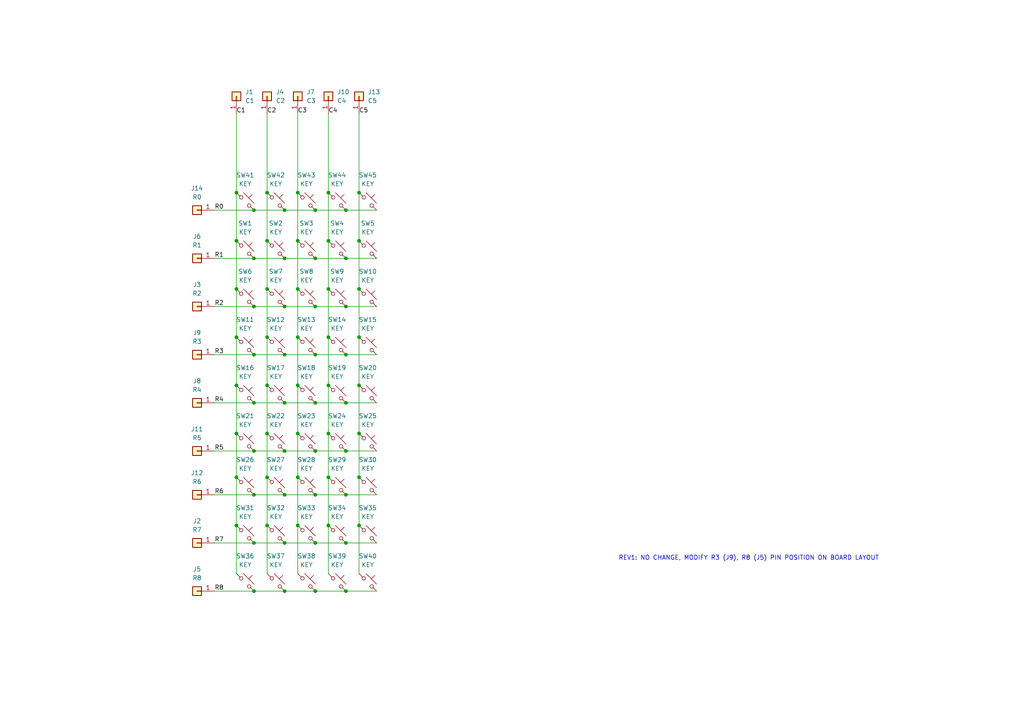
<source format=kicad_sch>
(kicad_sch (version 20231120) (generator "eeschema") (generator_version "8.0")
  (paper "A4")
  (title_block (title "TI-59 KEYBOARD") (date "2024-09-09") (rev "1") (company "CALCPSU"))
  (lib_symbols
    (symbol "Connector_Generic:Conn_01x01" (pin_names (offset 1.016) hide)
      (property "Reference" "J" (at 0 2.54 0))
      (property "Value" "Conn_01x01" (at 0 -2.54 0))
      (symbol "Conn_01x01_1_1"
        (rectangle (start -1.27 0.127) (end 0 -0.127) (stroke (width 0.1524)))
        (rectangle (start -1.27 1.27) (end 1.27 -1.27) (stroke (width 0.254)) (fill (type background)))
        (pin passive line (at -5.08 0 0) (length 3.81) (name "Pin_1") (number "1"))
      )
    )
    (symbol "Switch:SW_Push_45deg" (pin_numbers hide) (pin_names (offset 1.016) hide)
      (property "Reference" "SW" (at 3.048 1.016 0))
      (property "Value" "SW_Push_45deg" (at 0 -3.81 0))
      (symbol "SW_Push_45deg_0_1"
        (circle (center -1.1684 1.1684) (radius 0.508))
        (polyline (pts (xy -0.508 2.54) (xy 2.54 -0.508)))
        (polyline (pts (xy 1.016 1.016) (xy 2.032 2.032)))
        (polyline (pts (xy -2.54 2.54) (xy -1.524 1.524) (xy -1.524 1.524)))
        (polyline (pts (xy 1.524 -1.524) (xy 2.54 -2.54) (xy 2.54 -2.54) (xy 2.54 -2.54)))
        (circle (center 1.143 -1.1938) (radius 0.508))
        (pin passive line (at -2.54 2.54 0) (length 0) (name "1") (number "1"))
        (pin passive line (at 2.54 -2.54 180) (length 0) (name "2") (number "2"))
      )
    )
  )
  (junction (at 73.66 130.81))
  (junction (at 86.36 55.88))
  (junction (at 91.44 143.51))
  (junction (at 91.44 102.87))
  (junction (at 68.58 97.79))
  (junction (at 68.58 125.73))
  (junction (at 82.55 74.93))
  (junction (at 104.14 97.79))
  (junction (at 77.47 138.43))
  (junction (at 91.44 60.96))
  (junction (at 68.58 152.4))
  (junction (at 95.25 138.43))
  (junction (at 104.14 69.85))
  (junction (at 82.55 130.81))
  (junction (at 82.55 143.51))
  (junction (at 77.47 83.82))
  (junction (at 100.33 60.96))
  (junction (at 100.33 157.48))
  (junction (at 104.14 152.4))
  (junction (at 104.14 125.73))
  (junction (at 73.66 102.87))
  (junction (at 82.55 60.96))
  (junction (at 73.66 60.96))
  (junction (at 82.55 102.87))
  (junction (at 100.33 130.81))
  (junction (at 68.58 69.85))
  (junction (at 104.14 138.43))
  (junction (at 104.14 111.76))
  (junction (at 100.33 102.87))
  (junction (at 91.44 116.84))
  (junction (at 95.25 152.4))
  (junction (at 73.66 88.9))
  (junction (at 86.36 97.79))
  (junction (at 100.33 74.93))
  (junction (at 68.58 83.82))
  (junction (at 95.25 83.82))
  (junction (at 95.25 125.73))
  (junction (at 73.66 157.48))
  (junction (at 77.47 111.76))
  (junction (at 73.66 143.51))
  (junction (at 68.58 111.76))
  (junction (at 86.36 138.43))
  (junction (at 77.47 69.85))
  (junction (at 82.55 88.9))
  (junction (at 77.47 55.88))
  (junction (at 73.66 171.45))
  (junction (at 95.25 97.79))
  (junction (at 86.36 125.73))
  (junction (at 73.66 116.84))
  (junction (at 77.47 97.79))
  (junction (at 86.36 83.82))
  (junction (at 91.44 88.9))
  (junction (at 73.66 74.93))
  (junction (at 86.36 69.85))
  (junction (at 100.33 88.9))
  (junction (at 82.55 157.48))
  (junction (at 91.44 74.93))
  (junction (at 95.25 69.85))
  (junction (at 82.55 116.84))
  (junction (at 100.33 171.45))
  (junction (at 91.44 157.48))
  (junction (at 82.55 171.45))
  (junction (at 77.47 152.4))
  (junction (at 95.25 111.76))
  (junction (at 104.14 83.82))
  (junction (at 68.58 138.43))
  (junction (at 91.44 130.81))
  (junction (at 86.36 111.76))
  (junction (at 100.33 116.84))
  (junction (at 68.58 55.88))
  (junction (at 77.47 125.73))
  (junction (at 95.25 55.88))
  (junction (at 91.44 171.45))
  (junction (at 100.33 143.51))
  (junction (at 104.14 55.88))
  (junction (at 86.36 152.4))
  (wire (pts (xy 82.55 130.81) (xy 91.44 130.81)))
  (wire (pts (xy 62.23 74.93) (xy 73.66 74.93)))
  (wire (pts (xy 62.23 116.84) (xy 73.66 116.84)))
  (wire (pts (xy 77.47 55.88) (xy 77.47 69.85)))
  (wire (pts (xy 95.25 125.73) (xy 95.25 138.43)))
  (wire (pts (xy 86.36 69.85) (xy 86.36 83.82)))
  (wire (pts (xy 68.58 138.43) (xy 68.58 152.4)))
  (wire (pts (xy 104.14 69.85) (xy 104.14 83.82)))
  (wire (pts (xy 100.33 60.96) (xy 109.22 60.96)))
  (wire (pts (xy 77.47 97.79) (xy 77.47 111.76)))
  (wire (pts (xy 82.55 116.84) (xy 91.44 116.84)))
  (wire (pts (xy 104.14 111.76) (xy 104.14 125.73)))
  (wire (pts (xy 62.23 88.9) (xy 73.66 88.9)))
  (wire (pts (xy 82.55 74.93) (xy 91.44 74.93)))
  (wire (pts (xy 95.25 33.02) (xy 95.25 55.88)))
  (wire (pts (xy 73.66 130.81) (xy 82.55 130.81)))
  (wire (pts (xy 100.33 116.84) (xy 109.22 116.84)))
  (wire (pts (xy 95.25 83.82) (xy 95.25 97.79)))
  (wire (pts (xy 91.44 171.45) (xy 100.33 171.45)))
  (wire (pts (xy 68.58 125.73) (xy 68.58 138.43)))
  (wire (pts (xy 86.36 138.43) (xy 86.36 152.4)))
  (wire (pts (xy 100.33 171.45) (xy 109.22 171.45)))
  (wire (pts (xy 68.58 83.82) (xy 68.58 97.79)))
  (wire (pts (xy 68.58 69.85) (xy 68.58 83.82)))
  (wire (pts (xy 68.58 111.76) (xy 68.58 125.73)))
  (wire (pts (xy 62.23 171.45) (xy 73.66 171.45)))
  (wire (pts (xy 68.58 55.88) (xy 68.58 69.85)))
  (wire (pts (xy 73.66 116.84) (xy 82.55 116.84)))
  (wire (pts (xy 86.36 33.02) (xy 86.36 55.88)))
  (wire (pts (xy 77.47 83.82) (xy 77.47 97.79)))
  (wire (pts (xy 91.44 157.48) (xy 100.33 157.48)))
  (wire (pts (xy 100.33 88.9) (xy 109.22 88.9)))
  (wire (pts (xy 62.23 60.96) (xy 73.66 60.96)))
  (wire (pts (xy 62.23 143.51) (xy 73.66 143.51)))
  (wire (pts (xy 86.36 125.73) (xy 86.36 138.43)))
  (wire (pts (xy 77.47 152.4) (xy 77.47 166.37)))
  (wire (pts (xy 77.47 111.76) (xy 77.47 125.73)))
  (wire (pts (xy 62.23 157.48) (xy 73.66 157.48)))
  (wire (pts (xy 82.55 143.51) (xy 91.44 143.51)))
  (wire (pts (xy 95.25 55.88) (xy 95.25 69.85)))
  (wire (pts (xy 104.14 125.73) (xy 104.14 138.43)))
  (wire (pts (xy 86.36 97.79) (xy 86.36 111.76)))
  (wire (pts (xy 100.33 130.81) (xy 109.22 130.81)))
  (wire (pts (xy 68.58 97.79) (xy 68.58 111.76)))
  (wire (pts (xy 104.14 97.79) (xy 104.14 111.76)))
  (wire (pts (xy 100.33 157.48) (xy 109.22 157.48)))
  (wire (pts (xy 104.14 138.43) (xy 104.14 152.4)))
  (wire (pts (xy 73.66 74.93) (xy 82.55 74.93)))
  (wire (pts (xy 91.44 74.93) (xy 100.33 74.93)))
  (wire (pts (xy 86.36 111.76) (xy 86.36 125.73)))
  (wire (pts (xy 73.66 102.87) (xy 82.55 102.87)))
  (wire (pts (xy 62.23 130.81) (xy 73.66 130.81)))
  (wire (pts (xy 62.23 102.87) (xy 73.66 102.87)))
  (wire (pts (xy 82.55 157.48) (xy 91.44 157.48)))
  (wire (pts (xy 86.36 152.4) (xy 86.36 166.37)))
  (wire (pts (xy 91.44 130.81) (xy 100.33 130.81)))
  (wire (pts (xy 100.33 74.93) (xy 109.22 74.93)))
  (wire (pts (xy 82.55 60.96) (xy 91.44 60.96)))
  (wire (pts (xy 91.44 143.51) (xy 100.33 143.51)))
  (wire (pts (xy 73.66 60.96) (xy 82.55 60.96)))
  (wire (pts (xy 77.47 125.73) (xy 77.47 138.43)))
  (wire (pts (xy 95.25 97.79) (xy 95.25 111.76)))
  (wire (pts (xy 91.44 60.96) (xy 100.33 60.96)))
  (wire (pts (xy 82.55 171.45) (xy 91.44 171.45)))
  (wire (pts (xy 77.47 33.02) (xy 77.47 55.88)))
  (wire (pts (xy 73.66 143.51) (xy 82.55 143.51)))
  (wire (pts (xy 104.14 83.82) (xy 104.14 97.79)))
  (wire (pts (xy 68.58 152.4) (xy 68.58 166.37)))
  (wire (pts (xy 91.44 88.9) (xy 100.33 88.9)))
  (wire (pts (xy 73.66 171.45) (xy 82.55 171.45)))
  (wire (pts (xy 100.33 143.51) (xy 109.22 143.51)))
  (wire (pts (xy 86.36 55.88) (xy 86.36 69.85)))
  (wire (pts (xy 77.47 69.85) (xy 77.47 83.82)))
  (wire (pts (xy 95.25 152.4) (xy 95.25 166.37)))
  (wire (pts (xy 104.14 152.4) (xy 104.14 166.37)))
  (wire (pts (xy 91.44 102.87) (xy 100.33 102.87)))
  (wire (pts (xy 68.58 33.02) (xy 68.58 55.88)))
  (wire (pts (xy 91.44 116.84) (xy 100.33 116.84)))
  (wire (pts (xy 95.25 69.85) (xy 95.25 83.82)))
  (wire (pts (xy 95.25 138.43) (xy 95.25 152.4)))
  (wire (pts (xy 77.47 138.43) (xy 77.47 152.4)))
  (wire (pts (xy 73.66 88.9) (xy 82.55 88.9)))
  (wire (pts (xy 104.14 55.88) (xy 104.14 69.85)))
  (wire (pts (xy 104.14 33.02) (xy 104.14 55.88)))
  (wire (pts (xy 73.66 157.48) (xy 82.55 157.48)))
  (wire (pts (xy 82.55 88.9) (xy 91.44 88.9)))
  (wire (pts (xy 86.36 83.82) (xy 86.36 97.79)))
  (wire (pts (xy 82.55 102.87) (xy 91.44 102.87)))
  (wire (pts (xy 95.25 111.76) (xy 95.25 125.73)))
  (wire (pts (xy 100.33 102.87) (xy 109.22 102.87)))
  (text "REV1: NO CHANGE, MODIFY R3 (J9), R8 (J5) PIN POSITION ON BOARD LAYOUT" (at 217.17 161.925 0) (effects (font (size 1.27 1.27))))
  (label "R7" (at 62.23 157.48 0))
  (label "R5" (at 62.23 130.81 0))
  (label "R6" (at 62.23 143.51 0))
  (label "C5" (at 104.14 33.02 0))
  (label "R4" (at 62.23 116.84 0))
  (label "R0" (at 62.23 60.96 0))
  (label "C4" (at 95.25 33.02 0))
  (label "R8" (at 62.23 171.45 0))
  (label "R3" (at 62.23 102.87 0))
  (label "R2" (at 62.23 88.9 0))
  (label "C2" (at 77.47 33.02 0))
  (label "R1" (at 62.23 74.93 0))
  (label "C1" (at 68.58 33.02 0))
  (label "C3" (at 86.36 33.02 0))
  (symbol (lib_id "Connector_Generic:Conn_01x01") (at 95.25 27.94 90) (unit 1)
    (property "Reference" "J10" (at 97.79 26.67 90) (effects (justify right)))
    (property "Value" "C4" (at 97.79 29.21 90) (effects (justify right)))
    (property "Footprint" "Connector_Wire:SolderWire-0.25sqmm_1x01_D0.65mm_OD1.7mm" (effects (hide yes)))
  )
  (symbol (lib_id "Switch:SW_Push_45deg") (at 97.79 100.33 0) (unit 1)
    (property "Reference" "SW14" (at 97.79 92.71 0))
    (property "Value" "KEY" (at 97.79 95.25 0))
    (property "Footprint" "george:PUSH_TACT_4.8x4.8x0.8" (effects (hide yes)))
  )
  (symbol (lib_id "Switch:SW_Push_45deg") (at 106.68 100.33 0) (unit 1)
    (property "Reference" "SW15" (at 106.68 92.71 0))
    (property "Value" "KEY" (at 106.68 95.25 0))
    (property "Footprint" "george:PUSH_TACT_4.8x4.8x0.8" (effects (hide yes)))
  )
  (symbol (lib_id "Switch:SW_Push_45deg") (at 88.9 114.3 0) (unit 1)
    (property "Reference" "SW18" (at 88.9 106.68 0))
    (property "Value" "KEY" (at 88.9 109.22 0))
    (property "Footprint" "george:PUSH_TACT_4.8x4.8x0.8" (effects (hide yes)))
  )
  (symbol (lib_id "Connector_Generic:Conn_01x01") (at 57.15 157.48 180) (unit 1)
    (property "Reference" "J2" (at 57.15 151.13 0))
    (property "Value" "R7" (at 57.15 153.67 0))
    (property "Footprint" "Connector_Wire:SolderWire-0.25sqmm_1x01_D0.65mm_OD1.7mm" (effects (hide yes)))
  )
  (symbol (lib_id "Switch:SW_Push_45deg") (at 88.9 168.91 0) (unit 1)
    (property "Reference" "SW38" (at 88.9 161.29 0))
    (property "Value" "KEY" (at 88.9 163.83 0))
    (property "Footprint" "george:PUSH_TACT_4.8x4.8x0.8" (effects (hide yes)))
  )
  (symbol (lib_id "Switch:SW_Push_45deg") (at 88.9 128.27 0) (unit 1)
    (property "Reference" "SW23" (at 88.9 120.65 0))
    (property "Value" "KEY" (at 88.9 123.19 0))
    (property "Footprint" "george:PUSH_TACT_4.8x4.8x0.8" (effects (hide yes)))
  )
  (symbol (lib_id "Switch:SW_Push_45deg") (at 71.12 128.27 0) (unit 1)
    (property "Reference" "SW21" (at 71.12 120.65 0))
    (property "Value" "KEY" (at 71.12 123.19 0))
    (property "Footprint" "george:PUSH_TACT_4.8x4.8x0.8" (effects (hide yes)))
  )
  (symbol (lib_id "Connector_Generic:Conn_01x01") (at 77.47 27.94 90) (unit 1)
    (property "Reference" "J4" (at 80.01 26.67 90) (effects (justify right)))
    (property "Value" "C2" (at 80.01 29.21 90) (effects (justify right)))
    (property "Footprint" "Connector_Wire:SolderWire-0.25sqmm_1x01_D0.65mm_OD1.7mm" (effects (hide yes)))
  )
  (symbol (lib_id "Connector_Generic:Conn_01x01") (at 57.15 74.93 180) (unit 1)
    (property "Reference" "J6" (at 57.15 68.58 0))
    (property "Value" "R1" (at 57.15 71.12 0))
    (property "Footprint" "Connector_Wire:SolderWire-0.25sqmm_1x01_D0.65mm_OD1.7mm" (effects (hide yes)))
  )
  (symbol (lib_id "Switch:SW_Push_45deg") (at 80.01 100.33 0) (unit 1)
    (property "Reference" "SW12" (at 80.01 92.71 0))
    (property "Value" "KEY" (at 80.01 95.25 0))
    (property "Footprint" "george:PUSH_TACT_4.8x4.8x0.8" (effects (hide yes)))
  )
  (symbol (lib_id "Switch:SW_Push_45deg") (at 80.01 114.3 0) (unit 1)
    (property "Reference" "SW17" (at 80.01 106.68 0))
    (property "Value" "KEY" (at 80.01 109.22 0))
    (property "Footprint" "george:PUSH_TACT_4.8x4.8x0.8" (effects (hide yes)))
  )
  (symbol (lib_id "Switch:SW_Push_45deg") (at 97.79 154.94 0) (unit 1)
    (property "Reference" "SW34" (at 97.79 147.32 0))
    (property "Value" "KEY" (at 97.79 149.86 0))
    (property "Footprint" "george:PUSH_TACT_4.8x4.8x0.8" (effects (hide yes)))
  )
  (symbol (lib_id "Switch:SW_Push_45deg") (at 97.79 86.36 0) (unit 1)
    (property "Reference" "SW9" (at 97.79 78.74 0))
    (property "Value" "KEY" (at 97.79 81.28 0))
    (property "Footprint" "george:PUSH_TACT_4.8x4.8x0.8" (effects (hide yes)))
  )
  (symbol (lib_id "Switch:SW_Push_45deg") (at 80.01 128.27 0) (unit 1)
    (property "Reference" "SW22" (at 80.01 120.65 0))
    (property "Value" "KEY" (at 80.01 123.19 0))
    (property "Footprint" "george:PUSH_TACT_4.8x4.8x0.8" (effects (hide yes)))
  )
  (symbol (lib_id "Switch:SW_Push_45deg") (at 106.68 114.3 0) (unit 1)
    (property "Reference" "SW20" (at 106.68 106.68 0))
    (property "Value" "KEY" (at 106.68 109.22 0))
    (property "Footprint" "george:PUSH_TACT_4.8x4.8x0.8" (effects (hide yes)))
  )
  (symbol (lib_id "Switch:SW_Push_45deg") (at 80.01 58.42 0) (unit 1)
    (property "Reference" "SW42" (at 80.01 50.8 0))
    (property "Value" "KEY" (at 80.01 53.34 0))
    (property "Footprint" "george:PUSH_TACT_4.8x4.8x0.8" (effects (hide yes)))
  )
  (symbol (lib_id "Switch:SW_Push_45deg") (at 88.9 100.33 0) (unit 1)
    (property "Reference" "SW13" (at 88.9 92.71 0))
    (property "Value" "KEY" (at 88.9 95.25 0))
    (property "Footprint" "george:PUSH_TACT_4.8x4.8x0.8" (effects (hide yes)))
  )
  (symbol (lib_id "Switch:SW_Push_45deg") (at 106.68 72.39 0) (unit 1)
    (property "Reference" "SW5" (at 106.68 64.77 0))
    (property "Value" "KEY" (at 106.68 67.31 0))
    (property "Footprint" "george:PUSH_TACT_4.8x4.8x0.8" (effects (hide yes)))
  )
  (symbol (lib_id "Switch:SW_Push_45deg") (at 106.68 168.91 0) (unit 1)
    (property "Reference" "SW40" (at 106.68 161.29 0))
    (property "Value" "KEY" (at 106.68 163.83 0))
    (property "Footprint" "george:PUSH_TACT_4.8x4.8x0.8" (effects (hide yes)))
  )
  (symbol (lib_id "Connector_Generic:Conn_01x01") (at 104.14 27.94 90) (unit 1)
    (property "Reference" "J13" (at 106.68 26.67 90) (effects (justify right)))
    (property "Value" "C5" (at 106.68 29.21 90) (effects (justify right)))
    (property "Footprint" "Connector_Wire:SolderWire-0.25sqmm_1x01_D0.65mm_OD1.7mm" (effects (hide yes)))
  )
  (symbol (lib_id "Switch:SW_Push_45deg") (at 71.12 154.94 0) (unit 1)
    (property "Reference" "SW31" (at 71.12 147.32 0))
    (property "Value" "KEY" (at 71.12 149.86 0))
    (property "Footprint" "george:PUSH_TACT_4.8x4.8x0.8" (effects (hide yes)))
  )
  (symbol (lib_id "Switch:SW_Push_45deg") (at 71.12 100.33 0) (unit 1)
    (property "Reference" "SW11" (at 71.12 92.71 0))
    (property "Value" "KEY" (at 71.12 95.25 0))
    (property "Footprint" "george:PUSH_TACT_4.8x4.8x0.8" (effects (hide yes)))
  )
  (symbol (lib_id "Switch:SW_Push_45deg") (at 71.12 168.91 0) (unit 1)
    (property "Reference" "SW36" (at 71.12 161.29 0))
    (property "Value" "KEY" (at 71.12 163.83 0))
    (property "Footprint" "george:PUSH_TACT_4.8x4.8x0.8" (effects (hide yes)))
  )
  (symbol (lib_id "Switch:SW_Push_45deg") (at 106.68 140.97 0) (unit 1)
    (property "Reference" "SW30" (at 106.68 133.35 0))
    (property "Value" "KEY" (at 106.68 135.89 0))
    (property "Footprint" "george:PUSH_TACT_4.8x4.8x0.8" (effects (hide yes)))
  )
  (symbol (lib_id "Connector_Generic:Conn_01x01") (at 57.15 171.45 180) (unit 1)
    (property "Reference" "J5" (at 57.15 165.1 0))
    (property "Value" "R8" (at 57.15 167.64 0))
    (property "Footprint" "Connector_Wire:SolderWire-0.25sqmm_1x01_D0.65mm_OD1.7mm" (effects (hide yes)))
  )
  (symbol (lib_id "Connector_Generic:Conn_01x01") (at 57.15 102.87 180) (unit 1)
    (property "Reference" "J9" (at 57.15 96.52 0))
    (property "Value" "R3" (at 57.15 99.06 0))
    (property "Footprint" "Connector_Wire:SolderWire-0.25sqmm_1x01_D0.65mm_OD1.7mm" (effects (hide yes)))
  )
  (symbol (lib_id "Switch:SW_Push_45deg") (at 97.79 168.91 0) (unit 1)
    (property "Reference" "SW39" (at 97.79 161.29 0))
    (property "Value" "KEY" (at 97.79 163.83 0))
    (property "Footprint" "george:PUSH_TACT_4.8x4.8x0.8" (effects (hide yes)))
  )
  (symbol (lib_id "Connector_Generic:Conn_01x01") (at 57.15 130.81 180) (unit 1)
    (property "Reference" "J11" (at 57.15 124.46 0))
    (property "Value" "R5" (at 57.15 127 0))
    (property "Footprint" "Connector_Wire:SolderWire-0.25sqmm_1x01_D0.65mm_OD1.7mm" (effects (hide yes)))
  )
  (symbol (lib_id "Connector_Generic:Conn_01x01") (at 57.15 88.9 180) (unit 1)
    (property "Reference" "J3" (at 57.15 82.55 0))
    (property "Value" "R2" (at 57.15 85.09 0))
    (property "Footprint" "Connector_Wire:SolderWire-0.25sqmm_1x01_D0.65mm_OD1.7mm" (effects (hide yes)))
  )
  (symbol (lib_id "Switch:SW_Push_45deg") (at 80.01 168.91 0) (unit 1)
    (property "Reference" "SW37" (at 80.01 161.29 0))
    (property "Value" "KEY" (at 80.01 163.83 0))
    (property "Footprint" "george:PUSH_TACT_4.8x4.8x0.8" (effects (hide yes)))
  )
  (symbol (lib_id "Switch:SW_Push_45deg") (at 71.12 140.97 0) (unit 1)
    (property "Reference" "SW26" (at 71.12 133.35 0))
    (property "Value" "KEY" (at 71.12 135.89 0))
    (property "Footprint" "george:PUSH_TACT_4.8x4.8x0.8" (effects (hide yes)))
  )
  (symbol (lib_id "Switch:SW_Push_45deg") (at 71.12 58.42 0) (unit 1)
    (property "Reference" "SW41" (at 71.12 50.8 0))
    (property "Value" "KEY" (at 71.12 53.34 0))
    (property "Footprint" "george:PUSH_TACT_4.8x4.8x0.8" (effects (hide yes)))
  )
  (symbol (lib_id "Switch:SW_Push_45deg") (at 97.79 128.27 0) (unit 1)
    (property "Reference" "SW24" (at 97.79 120.65 0))
    (property "Value" "KEY" (at 97.79 123.19 0))
    (property "Footprint" "george:PUSH_TACT_4.8x4.8x0.8" (effects (hide yes)))
  )
  (symbol (lib_id "Switch:SW_Push_45deg") (at 80.01 72.39 0) (unit 1)
    (property "Reference" "SW2" (at 80.01 64.77 0))
    (property "Value" "KEY" (at 80.01 67.31 0))
    (property "Footprint" "george:PUSH_TACT_4.8x4.8x0.8" (effects (hide yes)))
  )
  (symbol (lib_id "Connector_Generic:Conn_01x01") (at 57.15 60.96 180) (unit 1)
    (property "Reference" "J14" (at 57.15 54.61 0))
    (property "Value" "R0" (at 57.15 57.15 0))
    (property "Footprint" "Connector_Wire:SolderWire-0.25sqmm_1x01_D0.65mm_OD1.7mm" (effects (hide yes)))
  )
  (symbol (lib_id "Switch:SW_Push_45deg") (at 88.9 72.39 0) (unit 1)
    (property "Reference" "SW3" (at 88.9 64.77 0))
    (property "Value" "KEY" (at 88.9 67.31 0))
    (property "Footprint" "george:PUSH_TACT_4.8x4.8x0.8" (effects (hide yes)))
  )
  (symbol (lib_id "Switch:SW_Push_45deg") (at 88.9 86.36 0) (unit 1)
    (property "Reference" "SW8" (at 88.9 78.74 0))
    (property "Value" "KEY" (at 88.9 81.28 0))
    (property "Footprint" "george:PUSH_TACT_4.8x4.8x0.8" (effects (hide yes)))
  )
  (symbol (lib_id "Switch:SW_Push_45deg") (at 97.79 72.39 0) (unit 1)
    (property "Reference" "SW4" (at 97.79 64.77 0))
    (property "Value" "KEY" (at 97.79 67.31 0))
    (property "Footprint" "george:PUSH_TACT_4.8x4.8x0.8" (effects (hide yes)))
  )
  (symbol (lib_id "Switch:SW_Push_45deg") (at 106.68 58.42 0) (unit 1)
    (property "Reference" "SW45" (at 106.68 50.8 0))
    (property "Value" "KEY" (at 106.68 53.34 0))
    (property "Footprint" "george:PUSH_TACT_4.8x4.8x0.8" (effects (hide yes)))
  )
  (symbol (lib_id "Switch:SW_Push_45deg") (at 97.79 114.3 0) (unit 1)
    (property "Reference" "SW19" (at 97.79 106.68 0))
    (property "Value" "KEY" (at 97.79 109.22 0))
    (property "Footprint" "george:PUSH_TACT_4.8x4.8x0.8" (effects (hide yes)))
  )
  (symbol (lib_id "Switch:SW_Push_45deg") (at 71.12 86.36 0) (unit 1)
    (property "Reference" "SW6" (at 71.12 78.74 0))
    (property "Value" "KEY" (at 71.12 81.28 0))
    (property "Footprint" "george:PUSH_TACT_4.8x4.8x0.8" (effects (hide yes)))
  )
  (symbol (lib_id "Switch:SW_Push_45deg") (at 88.9 140.97 0) (unit 1)
    (property "Reference" "SW28" (at 88.9 133.35 0))
    (property "Value" "KEY" (at 88.9 135.89 0))
    (property "Footprint" "george:PUSH_TACT_4.8x4.8x0.8" (effects (hide yes)))
  )
  (symbol (lib_id "Switch:SW_Push_45deg") (at 106.68 154.94 0) (unit 1)
    (property "Reference" "SW35" (at 106.68 147.32 0))
    (property "Value" "KEY" (at 106.68 149.86 0))
    (property "Footprint" "george:PUSH_TACT_4.8x4.8x0.8" (effects (hide yes)))
  )
  (symbol (lib_id "Switch:SW_Push_45deg") (at 106.68 128.27 0) (unit 1)
    (property "Reference" "SW25" (at 106.68 120.65 0))
    (property "Value" "KEY" (at 106.68 123.19 0))
    (property "Footprint" "george:PUSH_TACT_4.8x4.8x0.8" (effects (hide yes)))
  )
  (symbol (lib_id "Connector_Generic:Conn_01x01") (at 57.15 116.84 180) (unit 1)
    (property "Reference" "J8" (at 57.15 110.49 0))
    (property "Value" "R4" (at 57.15 113.03 0))
    (property "Footprint" "Connector_Wire:SolderWire-0.25sqmm_1x01_D0.65mm_OD1.7mm" (effects (hide yes)))
  )
  (symbol (lib_id "Connector_Generic:Conn_01x01") (at 86.36 27.94 90) (unit 1)
    (property "Reference" "J7" (at 88.9 26.67 90) (effects (justify right)))
    (property "Value" "C3" (at 88.9 29.21 90) (effects (justify right)))
    (property "Footprint" "Connector_Wire:SolderWire-0.25sqmm_1x01_D0.65mm_OD1.7mm" (effects (hide yes)))
  )
  (symbol (lib_id "Switch:SW_Push_45deg") (at 71.12 114.3 0) (unit 1)
    (property "Reference" "SW16" (at 71.12 106.68 0))
    (property "Value" "KEY" (at 71.12 109.22 0))
    (property "Footprint" "george:PUSH_TACT_4.8x4.8x0.8" (effects (hide yes)))
  )
  (symbol (lib_id "Switch:SW_Push_45deg") (at 97.79 58.42 0) (unit 1)
    (property "Reference" "SW44" (at 97.79 50.8 0))
    (property "Value" "KEY" (at 97.79 53.34 0))
    (property "Footprint" "george:PUSH_TACT_4.8x4.8x0.8" (effects (hide yes)))
  )
  (symbol (lib_id "Switch:SW_Push_45deg") (at 80.01 86.36 0) (unit 1)
    (property "Reference" "SW7" (at 80.01 78.74 0))
    (property "Value" "KEY" (at 80.01 81.28 0))
    (property "Footprint" "george:PUSH_TACT_4.8x4.8x0.8" (effects (hide yes)))
  )
  (symbol (lib_id "Switch:SW_Push_45deg") (at 106.68 86.36 0) (unit 1)
    (property "Reference" "SW10" (at 106.68 78.74 0))
    (property "Value" "KEY" (at 106.68 81.28 0))
    (property "Footprint" "george:PUSH_TACT_4.8x4.8x0.8" (effects (hide yes)))
  )
  (symbol (lib_id "Switch:SW_Push_45deg") (at 71.12 72.39 0) (unit 1)
    (property "Reference" "SW1" (at 71.12 64.77 0))
    (property "Value" "KEY" (at 71.12 67.31 0))
    (property "Footprint" "george:PUSH_TACT_4.8x4.8x0.8" (effects (hide yes)))
  )
  (symbol (lib_id "Connector_Generic:Conn_01x01") (at 57.15 143.51 180) (unit 1)
    (property "Reference" "J12" (at 57.15 137.16 0))
    (property "Value" "R6" (at 57.15 139.7 0))
    (property "Footprint" "Connector_Wire:SolderWire-0.25sqmm_1x01_D0.65mm_OD1.7mm" (effects (hide yes)))
  )
  (symbol (lib_id "Switch:SW_Push_45deg") (at 80.01 140.97 0) (unit 1)
    (property "Reference" "SW27" (at 80.01 133.35 0))
    (property "Value" "KEY" (at 80.01 135.89 0))
    (property "Footprint" "george:PUSH_TACT_4.8x4.8x0.8" (effects (hide yes)))
  )
  (symbol (lib_id "Switch:SW_Push_45deg") (at 88.9 58.42 0) (unit 1)
    (property "Reference" "SW43" (at 88.9 50.8 0))
    (property "Value" "KEY" (at 88.9 53.34 0))
    (property "Footprint" "george:PUSH_TACT_4.8x4.8x0.8" (effects (hide yes)))
  )
  (symbol (lib_id "Switch:SW_Push_45deg") (at 88.9 154.94 0) (unit 1)
    (property "Reference" "SW33" (at 88.9 147.32 0))
    (property "Value" "KEY" (at 88.9 149.86 0))
    (property "Footprint" "george:PUSH_TACT_4.8x4.8x0.8" (effects (hide yes)))
  )
  (symbol (lib_id "Connector_Generic:Conn_01x01") (at 68.58 27.94 90) (unit 1)
    (property "Reference" "J1" (at 71.12 26.67 90) (effects (justify right)))
    (property "Value" "C1" (at 71.12 29.21 90) (effects (justify right)))
    (property "Footprint" "Connector_Wire:SolderWire-0.25sqmm_1x01_D0.65mm_OD1.7mm" (effects (hide yes)))
  )
  (symbol (lib_id "Switch:SW_Push_45deg") (at 97.79 140.97 0) (unit 1)
    (property "Reference" "SW29" (at 97.79 133.35 0))
    (property "Value" "KEY" (at 97.79 135.89 0))
    (property "Footprint" "george:PUSH_TACT_4.8x4.8x0.8" (effects (hide yes)))
  )
  (symbol (lib_id "Switch:SW_Push_45deg") (at 80.01 154.94 0) (unit 1)
    (property "Reference" "SW32" (at 80.01 147.32 0))
    (property "Value" "KEY" (at 80.01 149.86 0))
    (property "Footprint" "george:PUSH_TACT_4.8x4.8x0.8" (effects (hide yes)))
  )
)
</source>
